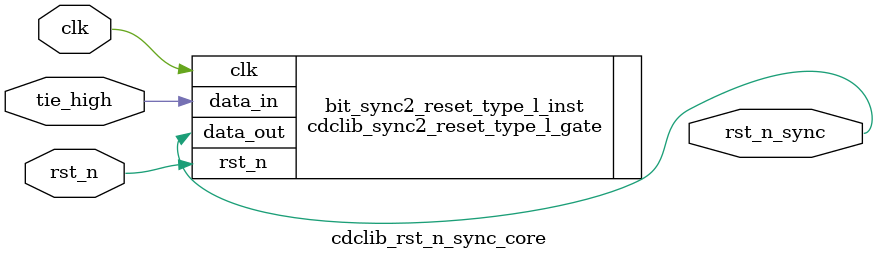
<source format=v>


//------------------------------------------------------------------------
// File:        $RCSfile: cdclib_rst_n_sync.v.rca $
// Revision:    $Revision: #2 $
// Date:        $Date: 2015/03/23 $
//------------------------------------------------------------------------
// Description: Active low reset synchronizer core which is replaced by
// special cells in synthesis
//------------------------------------------------------------------------
module cdclib_rst_n_sync_core
  ( input  wire rst_n,     // Asynchronous reset
    input  wire clk,       // Clock to synchronize rst_n to
    input  wire tie_high,  // Tie high input
    output wire rst_n_sync // Synchronized rst_n deassertion output  
  );

//reg rst_n_sync1;

// Reset synchronizer
// Assertion is asynchronous
// De-assertion is synchronous to clk
//always @(negedge rst_n or posedge clk)
//  begin
//    if (rst_n == 1'b0)
//      begin
//        rst_n_sync1 <= 1'b0; 
//        rst_n_sync  <= 1'b0; 
//      end
//    else
//      begin
//        rst_n_sync1 <= tie_high; 
//        rst_n_sync  <= rst_n_sync1; 
//      end 
//  end 

cdclib_sync2_reset_type_l_gate bit_sync2_reset_type_l_inst
 (
  .clk		(clk),
  .rst_n	(rst_n),
  .data_in	(tie_high),
  .data_out	(rst_n_sync)
 );


endmodule

</source>
